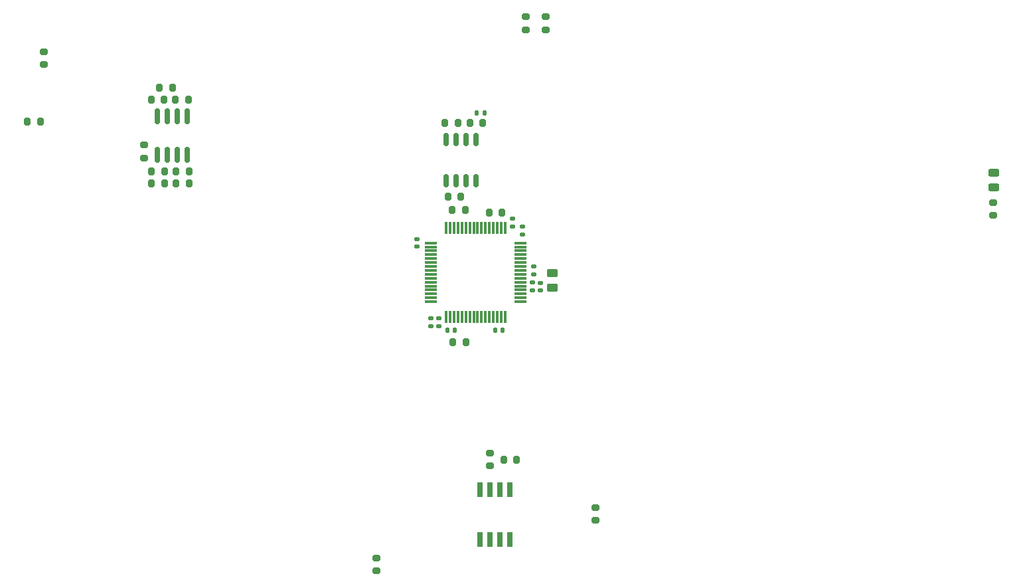
<source format=gbr>
%TF.GenerationSoftware,KiCad,Pcbnew,7.0.9*%
%TF.CreationDate,2024-12-19T19:35:33+09:00*%
%TF.ProjectId,01-MAIN,30312d4d-4149-44e2-9e6b-696361645f70,rev?*%
%TF.SameCoordinates,Original*%
%TF.FileFunction,Paste,Bot*%
%TF.FilePolarity,Positive*%
%FSLAX46Y46*%
G04 Gerber Fmt 4.6, Leading zero omitted, Abs format (unit mm)*
G04 Created by KiCad (PCBNEW 7.0.9) date 2024-12-19 19:35:33*
%MOMM*%
%LPD*%
G01*
G04 APERTURE LIST*
G04 Aperture macros list*
%AMRoundRect*
0 Rectangle with rounded corners*
0 $1 Rounding radius*
0 $2 $3 $4 $5 $6 $7 $8 $9 X,Y pos of 4 corners*
0 Add a 4 corners polygon primitive as box body*
4,1,4,$2,$3,$4,$5,$6,$7,$8,$9,$2,$3,0*
0 Add four circle primitives for the rounded corners*
1,1,$1+$1,$2,$3*
1,1,$1+$1,$4,$5*
1,1,$1+$1,$6,$7*
1,1,$1+$1,$8,$9*
0 Add four rect primitives between the rounded corners*
20,1,$1+$1,$2,$3,$4,$5,0*
20,1,$1+$1,$4,$5,$6,$7,0*
20,1,$1+$1,$6,$7,$8,$9,0*
20,1,$1+$1,$8,$9,$2,$3,0*%
G04 Aperture macros list end*
%ADD10RoundRect,0.200000X-0.275000X0.200000X-0.275000X-0.200000X0.275000X-0.200000X0.275000X0.200000X0*%
%ADD11RoundRect,0.140000X-0.170000X0.140000X-0.170000X-0.140000X0.170000X-0.140000X0.170000X0.140000X0*%
%ADD12RoundRect,0.200000X-0.200000X-0.275000X0.200000X-0.275000X0.200000X0.275000X-0.200000X0.275000X0*%
%ADD13RoundRect,0.200000X0.275000X-0.200000X0.275000X0.200000X-0.275000X0.200000X-0.275000X-0.200000X0*%
%ADD14RoundRect,0.200000X0.200000X0.275000X-0.200000X0.275000X-0.200000X-0.275000X0.200000X-0.275000X0*%
%ADD15RoundRect,0.075000X0.700000X0.075000X-0.700000X0.075000X-0.700000X-0.075000X0.700000X-0.075000X0*%
%ADD16RoundRect,0.075000X0.075000X0.700000X-0.075000X0.700000X-0.075000X-0.700000X0.075000X-0.700000X0*%
%ADD17RoundRect,0.140000X0.170000X-0.140000X0.170000X0.140000X-0.170000X0.140000X-0.170000X-0.140000X0*%
%ADD18RoundRect,0.243750X0.456250X-0.243750X0.456250X0.243750X-0.456250X0.243750X-0.456250X-0.243750X0*%
%ADD19RoundRect,0.250000X-0.450000X0.262500X-0.450000X-0.262500X0.450000X-0.262500X0.450000X0.262500X0*%
%ADD20RoundRect,0.150000X0.150000X-0.675000X0.150000X0.675000X-0.150000X0.675000X-0.150000X-0.675000X0*%
%ADD21RoundRect,0.140000X0.140000X0.170000X-0.140000X0.170000X-0.140000X-0.170000X0.140000X-0.170000X0*%
%ADD22RoundRect,0.045750X-0.259250X0.904250X-0.259250X-0.904250X0.259250X-0.904250X0.259250X0.904250X0*%
%ADD23RoundRect,0.150000X0.150000X-0.825000X0.150000X0.825000X-0.150000X0.825000X-0.150000X-0.825000X0*%
G04 APERTURE END LIST*
D10*
%TO.C,R12*%
X61849000Y-84107000D03*
X61849000Y-85757000D03*
%TD*%
D11*
%TO.C,C10*%
X112435000Y-101660000D03*
X112435000Y-102620000D03*
%TD*%
D12*
%TO.C,R5*%
X101136500Y-92339500D03*
X102786500Y-92339500D03*
%TD*%
D13*
%TO.C,R18*%
X110490000Y-69405000D03*
X110490000Y-67755000D03*
%TD*%
D14*
%TO.C,R15*%
X67563000Y-87472000D03*
X65913000Y-87472000D03*
%TD*%
D15*
%TO.C,U1*%
X109815000Y-96580000D03*
X109815000Y-97080000D03*
X109815000Y-97580000D03*
X109815000Y-98080000D03*
X109815000Y-98580000D03*
X109815000Y-99080000D03*
X109815000Y-99580000D03*
X109815000Y-100080000D03*
X109815000Y-100580000D03*
X109815000Y-101080000D03*
X109815000Y-101580000D03*
X109815000Y-102080000D03*
X109815000Y-102580000D03*
X109815000Y-103080000D03*
X109815000Y-103580000D03*
X109815000Y-104080000D03*
D16*
X107890000Y-106005000D03*
X107390000Y-106005000D03*
X106890000Y-106005000D03*
X106390000Y-106005000D03*
X105890000Y-106005000D03*
X105390000Y-106005000D03*
X104890000Y-106005000D03*
X104390000Y-106005000D03*
X103890000Y-106005000D03*
X103390000Y-106005000D03*
X102890000Y-106005000D03*
X102390000Y-106005000D03*
X101890000Y-106005000D03*
X101390000Y-106005000D03*
X100890000Y-106005000D03*
X100390000Y-106005000D03*
D15*
X98465000Y-104080000D03*
X98465000Y-103580000D03*
X98465000Y-103080000D03*
X98465000Y-102580000D03*
X98465000Y-102080000D03*
X98465000Y-101580000D03*
X98465000Y-101080000D03*
X98465000Y-100580000D03*
X98465000Y-100080000D03*
X98465000Y-99580000D03*
X98465000Y-99080000D03*
X98465000Y-98580000D03*
X98465000Y-98080000D03*
X98465000Y-97580000D03*
X98465000Y-97080000D03*
X98465000Y-96580000D03*
D16*
X100390000Y-94655000D03*
X100890000Y-94655000D03*
X101390000Y-94655000D03*
X101890000Y-94655000D03*
X102390000Y-94655000D03*
X102890000Y-94655000D03*
X103390000Y-94655000D03*
X103890000Y-94655000D03*
X104390000Y-94655000D03*
X104890000Y-94655000D03*
X105390000Y-94655000D03*
X105890000Y-94655000D03*
X106390000Y-94655000D03*
X106890000Y-94655000D03*
X107390000Y-94655000D03*
X107890000Y-94655000D03*
%TD*%
D17*
%TO.C,C6*%
X96687000Y-97032000D03*
X96687000Y-96072000D03*
%TD*%
D12*
%TO.C,R23*%
X107715000Y-124190000D03*
X109365000Y-124190000D03*
%TD*%
%TO.C,R7*%
X100211500Y-81252500D03*
X101861500Y-81252500D03*
%TD*%
D11*
%TO.C,C3*%
X110149000Y-94520000D03*
X110149000Y-95480000D03*
%TD*%
D18*
%TO.C,D1*%
X170180000Y-89535931D03*
X170180000Y-87660931D03*
%TD*%
D14*
%TO.C,R4*%
X102242500Y-90650500D03*
X100592500Y-90650500D03*
%TD*%
D10*
%TO.C,R22*%
X119380000Y-130285000D03*
X119380000Y-131935000D03*
%TD*%
D14*
%TO.C,R11*%
X67563000Y-88996000D03*
X65913000Y-88996000D03*
%TD*%
D10*
%TO.C,R20*%
X106000000Y-123365000D03*
X106000000Y-125015000D03*
%TD*%
D14*
%TO.C,R13*%
X67500000Y-78328000D03*
X65850000Y-78328000D03*
%TD*%
%TO.C,R6*%
X105036500Y-81252500D03*
X103386500Y-81252500D03*
%TD*%
D11*
%TO.C,C8*%
X108879000Y-93504000D03*
X108879000Y-94464000D03*
%TD*%
D19*
%TO.C,FB1*%
X113959000Y-100437500D03*
X113959000Y-102262500D03*
%TD*%
D20*
%TO.C,U4*%
X104211500Y-88618500D03*
X102941500Y-88618500D03*
X101671500Y-88618500D03*
X100401500Y-88618500D03*
X100401500Y-83368500D03*
X101671500Y-83368500D03*
X102941500Y-83368500D03*
X104211500Y-83368500D03*
%TD*%
D13*
%TO.C,R3*%
X170115000Y-93090000D03*
X170115000Y-91440000D03*
%TD*%
D10*
%TO.C,R19*%
X113030000Y-67755000D03*
X113030000Y-69405000D03*
%TD*%
D21*
%TO.C,C11*%
X105255000Y-80010000D03*
X104295000Y-80010000D03*
%TD*%
D12*
%TO.C,R8*%
X62739000Y-78328000D03*
X64389000Y-78328000D03*
%TD*%
D22*
%TO.C,U15*%
X104730000Y-128000000D03*
X106000000Y-128000000D03*
X107270000Y-128000000D03*
X108540000Y-128000000D03*
X108540000Y-134350000D03*
X107270000Y-134350000D03*
X106000000Y-134350000D03*
X104730000Y-134350000D03*
%TD*%
D12*
%TO.C,R17*%
X46983000Y-81090000D03*
X48633000Y-81090000D03*
%TD*%
D11*
%TO.C,C9*%
X111419000Y-101632000D03*
X111419000Y-102592000D03*
%TD*%
%TO.C,C7*%
X98465000Y-106204000D03*
X98465000Y-107164000D03*
%TD*%
D12*
%TO.C,R1*%
X105855000Y-92710000D03*
X107505000Y-92710000D03*
%TD*%
D17*
%TO.C,C5*%
X99481000Y-107164000D03*
X99481000Y-106204000D03*
%TD*%
D12*
%TO.C,R10*%
X62802000Y-88996000D03*
X64452000Y-88996000D03*
%TD*%
D21*
%TO.C,C4*%
X107581000Y-107700000D03*
X106621000Y-107700000D03*
%TD*%
D13*
%TO.C,R16*%
X49078000Y-73850000D03*
X49078000Y-72200000D03*
%TD*%
D23*
%TO.C,U5*%
X67310000Y-85375000D03*
X66040000Y-85375000D03*
X64770000Y-85375000D03*
X63500000Y-85375000D03*
X63500000Y-80425000D03*
X64770000Y-80425000D03*
X66040000Y-80425000D03*
X67310000Y-80425000D03*
%TD*%
D13*
%TO.C,R21*%
X91460000Y-138370000D03*
X91460000Y-136720000D03*
%TD*%
D17*
%TO.C,C1*%
X111506000Y-100556000D03*
X111506000Y-99596000D03*
%TD*%
D14*
%TO.C,R2*%
X102870000Y-109220000D03*
X101220000Y-109220000D03*
%TD*%
%TO.C,R14*%
X64452000Y-87472000D03*
X62802000Y-87472000D03*
%TD*%
D21*
%TO.C,C2*%
X101485000Y-107700000D03*
X100525000Y-107700000D03*
%TD*%
D14*
%TO.C,R9*%
X65468000Y-76804000D03*
X63818000Y-76804000D03*
%TD*%
M02*

</source>
